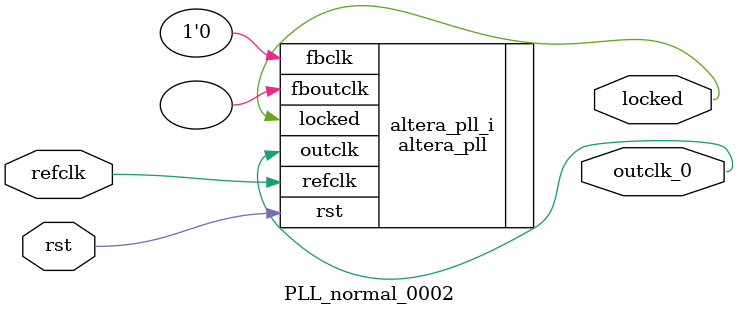
<source format=v>
`timescale 1ns/10ps
module  PLL_normal_0002(

	// interface 'refclk'
	input wire refclk,

	// interface 'reset'
	input wire rst,

	// interface 'outclk0'
	output wire outclk_0,

	// interface 'locked'
	output wire locked
);

	altera_pll #(
		.fractional_vco_multiplier("false"),
		.reference_clock_frequency("50.0 MHz"),
		.operation_mode("direct"),
		.number_of_clocks(1),
		.output_clock_frequency0("100.000000 MHz"),
		.phase_shift0("0 ps"),
		.duty_cycle0(50),
		.output_clock_frequency1("0 MHz"),
		.phase_shift1("0 ps"),
		.duty_cycle1(50),
		.output_clock_frequency2("0 MHz"),
		.phase_shift2("0 ps"),
		.duty_cycle2(50),
		.output_clock_frequency3("0 MHz"),
		.phase_shift3("0 ps"),
		.duty_cycle3(50),
		.output_clock_frequency4("0 MHz"),
		.phase_shift4("0 ps"),
		.duty_cycle4(50),
		.output_clock_frequency5("0 MHz"),
		.phase_shift5("0 ps"),
		.duty_cycle5(50),
		.output_clock_frequency6("0 MHz"),
		.phase_shift6("0 ps"),
		.duty_cycle6(50),
		.output_clock_frequency7("0 MHz"),
		.phase_shift7("0 ps"),
		.duty_cycle7(50),
		.output_clock_frequency8("0 MHz"),
		.phase_shift8("0 ps"),
		.duty_cycle8(50),
		.output_clock_frequency9("0 MHz"),
		.phase_shift9("0 ps"),
		.duty_cycle9(50),
		.output_clock_frequency10("0 MHz"),
		.phase_shift10("0 ps"),
		.duty_cycle10(50),
		.output_clock_frequency11("0 MHz"),
		.phase_shift11("0 ps"),
		.duty_cycle11(50),
		.output_clock_frequency12("0 MHz"),
		.phase_shift12("0 ps"),
		.duty_cycle12(50),
		.output_clock_frequency13("0 MHz"),
		.phase_shift13("0 ps"),
		.duty_cycle13(50),
		.output_clock_frequency14("0 MHz"),
		.phase_shift14("0 ps"),
		.duty_cycle14(50),
		.output_clock_frequency15("0 MHz"),
		.phase_shift15("0 ps"),
		.duty_cycle15(50),
		.output_clock_frequency16("0 MHz"),
		.phase_shift16("0 ps"),
		.duty_cycle16(50),
		.output_clock_frequency17("0 MHz"),
		.phase_shift17("0 ps"),
		.duty_cycle17(50),
		.pll_type("General"),
		.pll_subtype("General")
	) altera_pll_i (
		.rst	(rst),
		.outclk	({outclk_0}),
		.locked	(locked),
		.fboutclk	( ),
		.fbclk	(1'b0),
		.refclk	(refclk)
	);
endmodule


</source>
